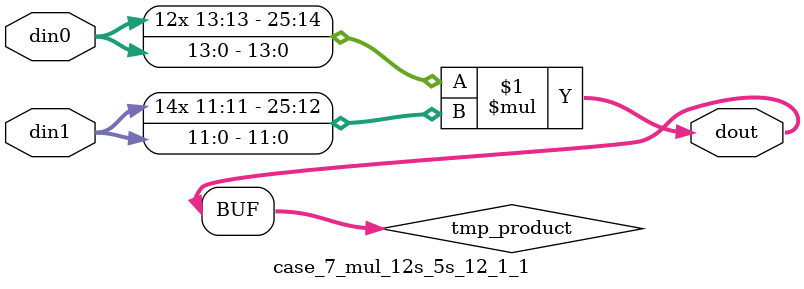
<source format=v>

`timescale 1 ns / 1 ps

 module case_7_mul_12s_5s_12_1_1(din0, din1, dout);
parameter ID = 1;
parameter NUM_STAGE = 0;
parameter din0_WIDTH = 14;
parameter din1_WIDTH = 12;
parameter dout_WIDTH = 26;

input [din0_WIDTH - 1 : 0] din0; 
input [din1_WIDTH - 1 : 0] din1; 
output [dout_WIDTH - 1 : 0] dout;

wire signed [dout_WIDTH - 1 : 0] tmp_product;



























assign tmp_product = $signed(din0) * $signed(din1);








assign dout = tmp_product;





















endmodule

</source>
